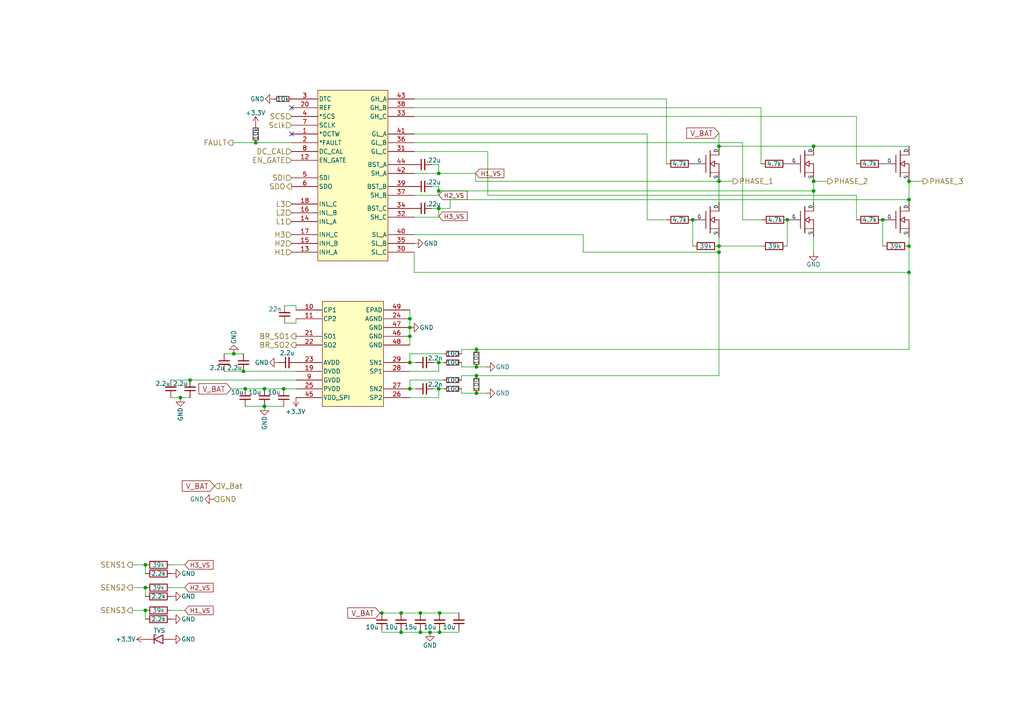
<source format=kicad_sch>
(kicad_sch (version 20230121) (generator eeschema)
  (paper "A4")
  (lib_symbols
    (symbol "DRV8303DCA_1" (pin_names (offset 0.254))
      (symbol "DRV8303DCA_1_1_1"
        (rectangle (start 7.62 2.54) (end 27.94 -46.99) (fill (type background)))
        (pin output line (at 0 -10.16 0) (length 7.62) (name "*OCTW") (number "1"))
        (pin input line (at 0 -17.78 0) (length 7.62) (name "EN_GATE") (number "12"))
        (pin input line (at 0 -44.45 0) (length 7.62) (name "INH_A") (number "13"))
        (pin input line (at 0 -35.56 0) (length 7.62) (name "INL_A") (number "14"))
        (pin input line (at 0 -41.91 0) (length 7.62) (name "INH_B") (number "15"))
        (pin input line (at 0 -33.02 0) (length 7.62) (name "INL_B") (number "16"))
        (pin input line (at 0 -39.37 0) (length 7.62) (name "INH_C") (number "17"))
        (pin input line (at 0 -30.48 0) (length 7.62) (name "INL_C") (number "18"))
        (pin output line (at 0 -12.7 0) (length 7.62) (name "*FAULT") (number "2"))
        (pin input line (at 0 -2.54 0) (length 7.62) (name "REF") (number "20"))
        (pin input line (at 0 0 0) (length 7.62) (name "DTC") (number "3"))
        (pin input line (at 35.56 -44.45 180) (length 7.62) (name "SL_C") (number "30"))
        (pin output line (at 35.56 -15.24 180) (length 7.62) (name "GL_C") (number "31"))
        (pin input line (at 35.56 -34.29 180) (length 7.62) (name "SH_C") (number "32"))
        (pin output line (at 35.56 -5.08 180) (length 7.62) (name "GH_C") (number "33"))
        (pin power_in line (at 35.56 -31.75 180) (length 7.62) (name "BST_C") (number "34"))
        (pin input line (at 35.56 -41.91 180) (length 7.62) (name "SL_B") (number "35"))
        (pin output line (at 35.56 -12.7 180) (length 7.62) (name "GL_B") (number "36"))
        (pin input line (at 35.56 -27.94 180) (length 7.62) (name "SH_B") (number "37"))
        (pin output line (at 35.56 -2.54 180) (length 7.62) (name "GH_B") (number "38"))
        (pin power_in line (at 35.56 -25.4 180) (length 7.62) (name "BST_B") (number "39"))
        (pin input line (at 0 -5.08 0) (length 7.62) (name "*SCS") (number "4"))
        (pin input line (at 35.56 -39.37 180) (length 7.62) (name "SL_A") (number "40"))
        (pin output line (at 35.56 -10.16 180) (length 7.62) (name "GL_A") (number "41"))
        (pin input line (at 35.56 -21.59 180) (length 7.62) (name "SH_A") (number "42"))
        (pin output line (at 35.56 0 180) (length 7.62) (name "GH_A") (number "43"))
        (pin power_in line (at 35.56 -19.05 180) (length 7.62) (name "BST_A") (number "44"))
        (pin input line (at 0 -22.86 0) (length 7.62) (name "SDI") (number "5"))
        (pin output line (at 0 -25.4 0) (length 7.62) (name "SDO") (number "6"))
        (pin input line (at 0 -7.62 0) (length 7.62) (name "SCLK") (number "7"))
        (pin input line (at 0 -15.24 0) (length 7.62) (name "DC_CAL") (number "8"))
      )
      (symbol "DRV8303DCA_1_2_1"
        (rectangle (start 7.62 2.54) (end 25.4 -27.94) (fill (type background)))
        (pin power_in line (at 0 0 0) (length 7.62) (name "CP1") (number "10"))
        (pin power_in line (at 0 -2.54 0) (length 7.62) (name "CP2") (number "11"))
        (pin power_in line (at 0 -17.78 0) (length 7.62) (name "DVDD") (number "19"))
        (pin output line (at 0 -7.62 0) (length 7.62) (name "SO1") (number "21"))
        (pin output line (at 0 -10.16 0) (length 7.62) (name "SO2") (number "22"))
        (pin power_in line (at 0 -15.24 0) (length 7.62) (name "AVDD") (number "23"))
        (pin power_in line (at 33.02 -2.54 180) (length 7.62) (name "AGND") (number "24"))
        (pin power_in line (at 0 -22.86 0) (length 7.62) (name "PVDD") (number "25"))
        (pin input line (at 33.02 -25.4 180) (length 7.62) (name "SP2") (number "26"))
        (pin input line (at 33.02 -22.86 180) (length 7.62) (name "SN2") (number "27"))
        (pin input line (at 33.02 -17.78 180) (length 7.62) (name "SP1") (number "28"))
        (pin input line (at 33.02 -15.24 180) (length 7.62) (name "SN1") (number "29"))
        (pin input line (at 0 -25.4 0) (length 7.62) (name "VDD_SPI") (number "45"))
        (pin output line (at 33.02 -7.62 180) (length 7.62) (name "GND") (number "46"))
        (pin output line (at 33.02 -5.08 180) (length 7.62) (name "GND") (number "47"))
        (pin output line (at 33.02 -10.16 180) (length 7.62) (name "GND") (number "48"))
        (pin unspecified line (at 33.02 0 180) (length 7.62) (name "EPAD") (number "49"))
        (pin power_in line (at 0 -20.32 0) (length 7.62) (name "GVDD") (number "9"))
      )
    )
    (symbol "Device:C_Small" (pin_numbers hide) (pin_names (offset 0.254) hide)
      (property "Reference" "C" (at 0.254 1.778 0))
      (property "Value" "C_Small" (at 0.254 -2.032 0))
      (symbol "C_Small_0_1"
        (polyline (pts (xy -1.524 -0.508) (xy 1.524 -0.508)) (stroke (width 0.3302)))
        (polyline (pts (xy -1.524 0.508) (xy 1.524 0.508)) (stroke (width 0.3048)))
      )
      (symbol "C_Small_1_1"
        (pin passive line (at 0 2.54 270) (length 2.032) (name "~") (number "1"))
        (pin passive line (at 0 -2.54 90) (length 2.032) (name "~") (number "2"))
      )
    )
    (symbol "Device:R" (pin_numbers hide) (pin_names (offset 0))
      (property "Reference" "R" (at 2.032 0 90))
      (property "Value" "R" (at 0 0 90))
      (symbol "R_0_1"
        (rectangle (start -1.016 -2.54) (end 1.016 2.54) (stroke (width 0.254)))
      )
      (symbol "R_1_1"
        (pin passive line (at 0 3.81 270) (length 1.27) (name "~") (number "1"))
        (pin passive line (at 0 -3.81 90) (length 1.27) (name "~") (number "2"))
      )
    )
    (symbol "Device:R_Small" (pin_numbers hide) (pin_names (offset 0.254) hide)
      (property "Reference" "R" (at 0.762 0.508 0))
      (property "Value" "R_Small" (at 0.762 -1.016 0))
      (symbol "R_Small_0_1"
        (rectangle (start -0.762 1.778) (end 0.762 -1.778) (stroke (width 0.2032)))
      )
      (symbol "R_Small_1_1"
        (pin passive line (at 0 2.54 270) (length 0.762) (name "~") (number "1"))
        (pin passive line (at 0 -2.54 90) (length 0.762) (name "~") (number "2"))
      )
    )
    (symbol "Diode:1.5KExxA" (pin_numbers hide) (pin_names (offset 1.016) hide)
      (property "Reference" "D" (at 0 2.54 0))
      (property "Value" "1.5KExxA" (at 0 -2.54 0))
      (symbol "1.5KExxA_0_1"
        (polyline (pts (xy -0.762 1.27) (xy -1.27 1.27) (xy -1.27 -1.27)) (stroke (width 0.254)))
        (polyline (pts (xy 1.27 1.27) (xy 1.27 -1.27) (xy -1.27 0) (xy 1.27 1.27)) (stroke (width 0.254)))
      )
      (symbol "1.5KExxA_1_1"
        (pin passive line (at -3.81 0 0) (length 2.54) (name "A1") (number "1"))
        (pin passive line (at 3.81 0 180) (length 2.54) (name "A2") (number "2"))
      )
    )
    (symbol "MOSFET_N_1" (pin_numbers hide) (pin_names (offset 0))
      (symbol "MOSFET_N_1_0_1"
        (polyline (pts (xy -1.27 -2.54) (xy -1.27 2.54)) (stroke (width 0.2032)))
        (polyline (pts (xy 0 -3.81) (xy 0 3.81)) (stroke (width 0.254)))
        (polyline (pts (xy 2.54 -2.54) (xy 0 -2.54)))
        (polyline (pts (xy 2.54 2.54) (xy 0 2.54)))
        (polyline (pts (xy 2.54 -2.54) (xy 2.54 0) (xy 1.27 0)) (stroke (width 0.2032)))
        (polyline (pts (xy 1.27 0.762) (xy 1.27 -0.762) (xy 0 0) (xy 1.27 0.762) (xy 1.27 0.762)) (stroke (width 0.2032)))
      )
      (symbol "MOSFET_N_1_1_1"
        (pin passive line (at 2.54 -5.08 90) (length 2.54) (name "S") (number "1"))
        (pin input line (at -5.08 0 0) (length 3.81) (name "G") (number "4"))
        (pin passive line (at 2.54 5.08 270) (length 2.54) (name "D") (number "5"))
      )
    )
    (symbol "new shii:DRV8303DCA" (pin_names (offset 0.254))
      (symbol "DRV8303DCA_1_1"
        (rectangle (start 7.62 2.54) (end 27.94 -46.99) (fill (type background)))
        (pin output line (at 0 -10.16 0) (length 7.62) (name "*OCTW") (number "1"))
        (pin input line (at 0 -17.78 0) (length 7.62) (name "EN_GATE") (number "12"))
        (pin input line (at 0 -44.45 0) (length 7.62) (name "INH_A") (number "13"))
        (pin input line (at 0 -35.56 0) (length 7.62) (name "INL_A") (number "14"))
        (pin input line (at 0 -41.91 0) (length 7.62) (name "INH_B") (number "15"))
        (pin input line (at 0 -33.02 0) (length 7.62) (name "INL_B") (number "16"))
        (pin input line (at 0 -39.37 0) (length 7.62) (name "INH_C") (number "17"))
        (pin input line (at 0 -30.48 0) (length 7.62) (name "INL_C") (number "18"))
        (pin output line (at 0 -12.7 0) (length 7.62) (name "*FAULT") (number "2"))
        (pin input line (at 0 -2.54 0) (length 7.62) (name "REF") (number "20"))
        (pin input line (at 0 0 0) (length 7.62) (name "DTC") (number "3"))
        (pin input line (at 35.56 -44.45 180) (length 7.62) (name "SL_C") (number "30"))
        (pin output line (at 35.56 -15.24 180) (length 7.62) (name "GL_C") (number "31"))
        (pin input line (at 35.56 -34.29 180) (length 7.62) (name "SH_C") (number "32"))
        (pin output line (at 35.56 -5.08 180) (length 7.62) (name "GH_C") (number "33"))
        (pin power_in line (at 35.56 -31.75 180) (length 7.62) (name "BST_C") (number "34"))
        (pin input line (at 35.56 -41.91 180) (length 7.62) (name "SL_B") (number "35"))
        (pin output line (at 35.56 -12.7 180) (length 7.62) (name "GL_B") (number "36"))
        (pin input line (at 35.56 -27.94 180) (length 7.62) (name "SH_B") (number "37"))
        (pin output line (at 35.56 -2.54 180) (length 7.62) (name "GH_B") (number "38"))
        (pin power_in line (at 35.56 -25.4 180) (length 7.62) (name "BST_B") (number "39"))
        (pin input line (at 0 -5.08 0) (length 7.62) (name "*SCS") (number "4"))
        (pin input line (at 35.56 -39.37 180) (length 7.62) (name "SL_A") (number "40"))
        (pin output line (at 35.56 -10.16 180) (length 7.62) (name "GL_A") (number "41"))
        (pin input line (at 35.56 -21.59 180) (length 7.62) (name "SH_A") (number "42"))
        (pin output line (at 35.56 0 180) (length 7.62) (name "GH_A") (number "43"))
        (pin power_in line (at 35.56 -19.05 180) (length 7.62) (name "BST_A") (number "44"))
        (pin input line (at 0 -22.86 0) (length 7.62) (name "SDI") (number "5"))
        (pin output line (at 0 -25.4 0) (length 7.62) (name "SDO") (number "6"))
        (pin input line (at 0 -7.62 0) (length 7.62) (name "SCLK") (number "7"))
        (pin input line (at 0 -15.24 0) (length 7.62) (name "DC_CAL") (number "8"))
      )
      (symbol "DRV8303DCA_2_1"
        (rectangle (start 7.62 2.54) (end 25.4 -27.94) (fill (type background)))
        (pin power_in line (at 0 0 0) (length 7.62) (name "CP1") (number "10"))
        (pin power_in line (at 0 -2.54 0) (length 7.62) (name "CP2") (number "11"))
        (pin power_in line (at 0 -17.78 0) (length 7.62) (name "DVDD") (number "19"))
        (pin output line (at 0 -7.62 0) (length 7.62) (name "SO1") (number "21"))
        (pin output line (at 0 -10.16 0) (length 7.62) (name "SO2") (number "22"))
        (pin power_in line (at 0 -15.24 0) (length 7.62) (name "AVDD") (number "23"))
        (pin power_in line (at 33.02 -2.54 180) (length 7.62) (name "AGND") (number "24"))
        (pin power_in line (at 0 -22.86 0) (length 7.62) (name "PVDD") (number "25"))
        (pin input line (at 33.02 -25.4 180) (length 7.62) (name "SP2") (number "26"))
        (pin input line (at 33.02 -22.86 180) (length 7.62) (name "SN2") (number "27"))
        (pin input line (at 33.02 -17.78 180) (length 7.62) (name "SP1") (number "28"))
        (pin input line (at 33.02 -15.24 180) (length 7.62) (name "SN1") (number "29"))
        (pin input line (at 0 -25.4 0) (length 7.62) (name "VDD_SPI") (number "45"))
        (pin output line (at 33.02 -7.62 180) (length 7.62) (name "GND") (number "46"))
        (pin output line (at 33.02 -5.08 180) (length 7.62) (name "GND") (number "47"))
        (pin output line (at 33.02 -10.16 180) (length 7.62) (name "GND") (number "48"))
        (pin unspecified line (at 33.02 0 180) (length 7.62) (name "EPAD") (number "49"))
        (pin power_in line (at 0 -20.32 0) (length 7.62) (name "GVDD") (number "9"))
      )
    )
    (symbol "power:+3.3V" (power) (pin_names (offset 0))
      (property "Value" "+3.3V" (at 0 3.556 0))
      (symbol "+3.3V_0_1"
        (polyline (pts (xy -0.762 1.27) (xy 0 2.54)))
        (polyline (pts (xy 0 0) (xy 0 2.54)))
        (polyline (pts (xy 0 2.54) (xy 0.762 1.27)))
      )
      (symbol "+3.3V_1_1"
        (pin power_in line (at 0 0 90) (length 0) hide (name "+3.3V") (number "1"))
      )
    )
    (symbol "power:GND" (power) (pin_names (offset 0))
      (property "Value" "GND" (at 0 -3.81 0))
      (symbol "GND_0_1"
        (polyline (pts (xy 0 0) (xy 0 -1.27) (xy 1.27 -1.27) (xy 0 -2.54) (xy -1.27 -1.27) (xy 0 -1.27)))
      )
      (symbol "GND_1_1"
        (pin power_in line (at 0 0 270) (length 0) hide (name "GND") (number "1"))
      )
    )
  )
  (junction (at 138.176 101.346))
  (junction (at 263.652 78.994))
  (junction (at 263.652 52.578))
  (junction (at 74.168 41.402))
  (junction (at 110.744 177.8))
  (junction (at 121.92 177.8))
  (junction (at 76.708 117.856))
  (junction (at 138.176 108.966))
  (junction (at 118.872 112.776))
  (junction (at 42.164 163.83))
  (junction (at 138.176 114.046))
  (junction (at 52.324 115.316))
  (junction (at 116.332 177.8))
  (junction (at 76.708 112.776))
  (junction (at 127.254 60.452))
  (junction (at 42.164 170.434))
  (junction (at 208.534 73.152))
  (junction (at 70.612 107.696))
  (junction (at 127.508 177.8))
  (junction (at 127.254 55.372))
  (junction (at 138.176 106.426))
  (junction (at 121.92 183.388))
  (junction (at 256.032 63.754))
  (junction (at 118.872 94.996))
  (junction (at 235.966 55.372))
  (junction (at 235.966 52.578))
  (junction (at 127.254 112.776))
  (junction (at 263.652 71.374))
  (junction (at 118.872 97.536))
  (junction (at 118.872 92.456))
  (junction (at 208.534 71.374))
  (junction (at 263.652 57.912))
  (junction (at 228.346 63.754))
  (junction (at 118.872 105.156))
  (junction (at 208.534 52.578))
  (junction (at 55.118 110.236))
  (junction (at 71.12 112.776))
  (junction (at 127.508 183.388))
  (junction (at 124.714 183.388))
  (junction (at 116.332 183.388))
  (junction (at 235.966 42.418))
  (junction (at 67.818 102.616))
  (junction (at 127.254 50.292))
  (junction (at 82.296 112.776))
  (junction (at 42.164 177.038))
  (junction (at 200.914 63.754))
  (junction (at 208.534 42.418))
  (junction (at 127.254 105.156))
  (no_connect (at 84.582 38.862))
  (no_connect (at 84.582 31.242))
  (wire (pts (xy 76.708 112.776) (xy 82.296 112.776)))
  (wire (pts (xy 38.354 163.83) (xy 42.164 163.83)))
  (wire (pts (xy 235.966 52.578) (xy 235.966 55.372)))
  (wire (pts (xy 120.142 68.072) (xy 169.164 68.072)))
  (wire (pts (xy 208.534 38.608) (xy 208.534 42.418)))
  (wire (pts (xy 71.12 117.856) (xy 76.708 117.856)))
  (wire (pts (xy 263.652 78.994) (xy 263.652 101.346)))
  (wire (pts (xy 169.164 73.152) (xy 208.534 73.152)))
  (wire (pts (xy 193.294 47.498) (xy 193.294 28.702)))
  (wire (pts (xy 120.142 56.642) (xy 127.254 56.642)))
  (wire (pts (xy 127.254 50.292) (xy 137.922 50.292)))
  (wire (pts (xy 118.872 97.536) (xy 118.872 100.076)))
  (wire (pts (xy 127.254 56.642) (xy 127.254 55.372)))
  (wire (pts (xy 127.254 47.752) (xy 125.222 47.752)))
  (wire (pts (xy 127.254 115.316) (xy 127.254 112.776)))
  (wire (pts (xy 187.706 63.754) (xy 187.706 38.862)))
  (wire (pts (xy 141.478 43.942) (xy 120.142 43.942)))
  (wire (pts (xy 235.966 52.578) (xy 240.03 52.578)))
  (wire (pts (xy 208.534 52.578) (xy 137.922 52.578)))
  (wire (pts (xy 208.534 52.578) (xy 212.598 52.578)))
  (wire (pts (xy 118.872 107.696) (xy 127.254 107.696)))
  (wire (pts (xy 74.168 41.402) (xy 84.582 41.402)))
  (wire (pts (xy 127.508 177.8) (xy 133.096 177.8)))
  (wire (pts (xy 133.858 114.046) (xy 138.176 114.046)))
  (wire (pts (xy 110.744 177.8) (xy 116.332 177.8)))
  (wire (pts (xy 125.73 105.156) (xy 127.254 105.156)))
  (wire (pts (xy 220.726 31.242) (xy 120.142 31.242)))
  (wire (pts (xy 208.534 73.152) (xy 208.534 108.966)))
  (wire (pts (xy 133.096 183.388) (xy 133.096 182.88)))
  (wire (pts (xy 110.744 183.388) (xy 110.744 182.88)))
  (wire (pts (xy 118.872 92.456) (xy 118.872 94.996)))
  (wire (pts (xy 110.236 177.8) (xy 110.744 177.8)))
  (wire (pts (xy 125.73 112.776) (xy 127.254 112.776)))
  (wire (pts (xy 120.142 50.292) (xy 127.254 50.292)))
  (wire (pts (xy 263.652 78.994) (xy 120.142 78.994)))
  (wire (pts (xy 116.332 177.8) (xy 121.92 177.8)))
  (wire (pts (xy 235.966 42.418) (xy 263.652 42.418)))
  (wire (pts (xy 118.872 94.996) (xy 118.872 97.536)))
  (wire (pts (xy 38.354 177.038) (xy 42.164 177.038)))
  (wire (pts (xy 76.708 117.856) (xy 82.296 117.856)))
  (wire (pts (xy 235.966 68.834) (xy 235.966 73.152)))
  (wire (pts (xy 121.92 183.388) (xy 121.92 182.88)))
  (wire (pts (xy 49.53 115.316) (xy 52.324 115.316)))
  (wire (pts (xy 70.612 107.696) (xy 65.024 107.696)))
  (wire (pts (xy 220.98 63.754) (xy 215.392 63.754)))
  (wire (pts (xy 208.534 71.374) (xy 220.726 71.374)))
  (wire (pts (xy 42.164 170.434) (xy 42.164 172.974)))
  (wire (pts (xy 118.872 102.616) (xy 128.778 102.616)))
  (wire (pts (xy 220.726 47.498) (xy 220.726 31.242)))
  (wire (pts (xy 118.872 105.156) (xy 120.65 105.156)))
  (wire (pts (xy 49.784 170.434) (xy 53.594 170.434)))
  (wire (pts (xy 235.966 55.372) (xy 235.966 58.674)))
  (wire (pts (xy 71.12 112.776) (xy 76.708 112.776)))
  (wire (pts (xy 208.534 68.834) (xy 208.534 71.374)))
  (wire (pts (xy 133.858 105.156) (xy 133.858 106.426)))
  (wire (pts (xy 127.254 55.372) (xy 127.254 54.102)))
  (wire (pts (xy 263.652 52.578) (xy 267.716 52.578)))
  (wire (pts (xy 127.254 54.102) (xy 125.222 54.102)))
  (wire (pts (xy 85.852 93.726) (xy 82.55 93.726)))
  (wire (pts (xy 130.556 60.452) (xy 130.556 57.912)))
  (wire (pts (xy 228.6 63.754) (xy 228.346 63.754)))
  (wire (pts (xy 140.97 114.046) (xy 138.176 114.046)))
  (wire (pts (xy 127.254 112.776) (xy 128.778 112.776)))
  (wire (pts (xy 263.652 68.834) (xy 263.652 71.374)))
  (wire (pts (xy 140.97 106.426) (xy 138.176 106.426)))
  (wire (pts (xy 118.872 89.916) (xy 118.872 92.456)))
  (wire (pts (xy 200.914 63.754) (xy 200.914 71.374)))
  (wire (pts (xy 118.872 110.236) (xy 118.872 112.776)))
  (wire (pts (xy 55.118 110.236) (xy 85.852 110.236)))
  (wire (pts (xy 42.164 179.578) (xy 42.164 177.038)))
  (wire (pts (xy 127.508 183.388) (xy 133.096 183.388)))
  (wire (pts (xy 121.92 177.8) (xy 127.508 177.8)))
  (wire (pts (xy 263.652 71.374) (xy 263.652 78.994)))
  (wire (pts (xy 138.176 108.966) (xy 208.534 108.966)))
  (wire (pts (xy 116.332 183.388) (xy 116.332 182.88)))
  (wire (pts (xy 118.872 110.236) (xy 128.778 110.236)))
  (wire (pts (xy 70.612 102.616) (xy 67.818 102.616)))
  (wire (pts (xy 118.872 112.776) (xy 120.65 112.776)))
  (wire (pts (xy 127.254 62.992) (xy 127.254 60.452)))
  (wire (pts (xy 130.556 57.912) (xy 263.652 57.912)))
  (wire (pts (xy 127.254 60.452) (xy 130.556 60.452)))
  (wire (pts (xy 256.032 63.754) (xy 256.032 71.374)))
  (wire (pts (xy 67.056 112.776) (xy 71.12 112.776)))
  (wire (pts (xy 120.142 78.994) (xy 120.142 73.152)))
  (wire (pts (xy 70.612 107.696) (xy 85.852 107.696)))
  (wire (pts (xy 127.254 105.156) (xy 128.778 105.156)))
  (wire (pts (xy 85.852 92.456) (xy 85.852 93.726)))
  (wire (pts (xy 141.478 56.642) (xy 141.478 43.942)))
  (wire (pts (xy 208.534 71.374) (xy 208.534 73.152)))
  (wire (pts (xy 248.412 56.642) (xy 141.478 56.642)))
  (wire (pts (xy 133.858 110.236) (xy 133.858 108.966)))
  (wire (pts (xy 110.744 183.388) (xy 116.332 183.388)))
  (wire (pts (xy 120.142 62.992) (xy 127.254 62.992)))
  (wire (pts (xy 42.164 166.37) (xy 42.164 163.83)))
  (wire (pts (xy 49.53 110.236) (xy 55.118 110.236)))
  (wire (pts (xy 133.858 102.616) (xy 133.858 101.346)))
  (wire (pts (xy 193.294 28.702) (xy 120.142 28.702)))
  (wire (pts (xy 127.508 183.388) (xy 127.508 182.88)))
  (wire (pts (xy 133.858 106.426) (xy 138.176 106.426)))
  (wire (pts (xy 49.784 177.038) (xy 53.594 177.038)))
  (wire (pts (xy 38.354 170.434) (xy 42.164 170.434)))
  (wire (pts (xy 121.92 183.388) (xy 124.714 183.388)))
  (wire (pts (xy 169.164 68.072) (xy 169.164 73.152)))
  (wire (pts (xy 248.412 63.754) (xy 248.412 56.642)))
  (wire (pts (xy 85.852 89.916) (xy 85.852 88.646)))
  (wire (pts (xy 138.176 101.346) (xy 263.652 101.346)))
  (wire (pts (xy 248.412 47.498) (xy 248.412 33.782)))
  (wire (pts (xy 215.392 63.754) (xy 215.392 41.402)))
  (wire (pts (xy 49.784 163.83) (xy 53.594 163.83)))
  (wire (pts (xy 127.254 55.372) (xy 235.966 55.372)))
  (wire (pts (xy 193.294 63.754) (xy 187.706 63.754)))
  (wire (pts (xy 127.254 60.452) (xy 125.222 60.452)))
  (wire (pts (xy 52.324 115.316) (xy 55.118 115.316)))
  (wire (pts (xy 67.564 41.402) (xy 74.168 41.402)))
  (wire (pts (xy 118.872 102.616) (xy 118.872 105.156)))
  (wire (pts (xy 116.332 183.388) (xy 121.92 183.388)))
  (wire (pts (xy 263.652 52.578) (xy 263.652 57.912)))
  (wire (pts (xy 187.706 38.862) (xy 120.142 38.862)))
  (wire (pts (xy 137.922 50.292) (xy 137.922 52.578)))
  (wire (pts (xy 133.858 108.966) (xy 138.176 108.966)))
  (wire (pts (xy 124.714 183.388) (xy 127.508 183.388)))
  (wire (pts (xy 118.872 115.316) (xy 127.254 115.316)))
  (wire (pts (xy 82.296 112.776) (xy 85.852 112.776)))
  (wire (pts (xy 208.534 42.418) (xy 235.966 42.418)))
  (wire (pts (xy 127.254 107.696) (xy 127.254 105.156)))
  (wire (pts (xy 133.858 101.346) (xy 138.176 101.346)))
  (wire (pts (xy 208.534 52.578) (xy 208.534 58.674)))
  (wire (pts (xy 127.254 50.292) (xy 127.254 47.752)))
  (wire (pts (xy 228.346 71.374) (xy 228.346 63.754)))
  (wire (pts (xy 263.652 57.912) (xy 263.652 58.674)))
  (wire (pts (xy 67.818 102.616) (xy 65.024 102.616)))
  (wire (pts (xy 215.392 41.402) (xy 120.142 41.402)))
  (wire (pts (xy 133.858 112.776) (xy 133.858 114.046)))
  (wire (pts (xy 85.852 88.646) (xy 82.55 88.646)))
  (wire (pts (xy 248.412 33.782) (xy 120.142 33.782)))
  (global_label "H2_VS" (shape input) (at 127.254 56.642 0) (property "Intersheetrefs" "${INTERSHEET_REFS}" (effects hide)))
  (global_label "H3_VS" (shape input) (at 127.254 62.738 0) (property "Intersheetrefs" "${INTERSHEET_REFS}" (effects hide)))
  (global_label "V_BAT" (shape input) (at 62.23 140.97 180) (effects (font (size 1.524 1.524))) (property "Intersheetrefs" "${INTERSHEET_REFS}" (effects hide)))
  (global_label "V_BAT" (shape input) (at 67.056 112.776 180) (effects (font (size 1.524 1.524))) (property "Intersheetrefs" "${INTERSHEET_REFS}" (effects hide)))
  (global_label "H1_VS" (shape input) (at 137.922 50.292 0) (property "Intersheetrefs" "${INTERSHEET_REFS}" (effects hide)))
  (global_label "H2_VS" (shape input) (at 53.594 170.434 0) (property "Intersheetrefs" "${INTERSHEET_REFS}" (effects hide)))
  (global_label "V_BAT" (shape input) (at 110.236 177.8 180) (effects (font (size 1.524 1.524))) (property "Intersheetrefs" "${INTERSHEET_REFS}" (effects hide)))
  (global_label "H1_VS" (shape input) (at 53.594 177.038 0) (property "Intersheetrefs" "${INTERSHEET_REFS}" (effects hide)))
  (global_label "V_BAT" (shape input) (at 208.534 38.608 180) (effects (font (size 1.524 1.524))) (property "Intersheetrefs" "${INTERSHEET_REFS}" (effects hide)))
  (global_label "H3_VS" (shape input) (at 53.594 163.83 0) (property "Intersheetrefs" "${INTERSHEET_REFS}" (effects hide)))
  (hierarchical_label "V_Bat" (shape input) (at 62.23 140.97 0) (effects (font (size 1.524 1.524))))
  (hierarchical_label "H1" (shape input) (at 84.582 73.152 180) (effects (font (size 1.524 1.524))))
  (hierarchical_label "SDO" (shape output) (at 84.582 54.102 180) (effects (font (size 1.524 1.524))))
  (hierarchical_label "PHASE_1" (shape output) (at 212.598 52.578 0) (effects (font (size 1.524 1.524))))
  (hierarchical_label "FAULT" (shape output) (at 67.564 41.402 180) (effects (font (size 1.524 1.524))))
  (hierarchical_label "PHASE_2" (shape output) (at 240.03 52.578 0) (effects (font (size 1.524 1.524))))
  (hierarchical_label "H2" (shape input) (at 84.582 70.612 180) (effects (font (size 1.524 1.524))))
  (hierarchical_label "BR_SO2" (shape output) (at 85.852 100.076 180) (effects (font (size 1.524 1.524))))
  (hierarchical_label "L3" (shape input) (at 84.582 59.182 180) (effects (font (size 1.524 1.524))))
  (hierarchical_label "SENS1" (shape output) (at 38.354 163.83 180) (effects (font (size 1.524 1.524))))
  (hierarchical_label "SENS3" (shape output) (at 38.354 177.038 180) (effects (font (size 1.524 1.524))))
  (hierarchical_label "EN_GATE" (shape input) (at 84.582 46.482 180) (effects (font (size 1.524 1.524))))
  (hierarchical_label "SCS" (shape input) (at 84.582 33.782 180) (effects (font (size 1.524 1.524))))
  (hierarchical_label "H3" (shape input) (at 84.582 68.072 180) (effects (font (size 1.524 1.524))))
  (hierarchical_label "Sclk" (shape input) (at 84.582 36.322 180) (effects (font (size 1.524 1.524))))
  (hierarchical_label "PHASE_3" (shape output) (at 267.716 52.578 0) (effects (font (size 1.524 1.524))))
  (hierarchical_label "GND" (shape input) (at 61.976 144.78 0) (effects (font (size 1.524 1.524))))
  (hierarchical_label "BR_SO1" (shape output) (at 85.852 97.536 180) (effects (font (size 1.524 1.524))))
  (hierarchical_label "DC_CAL" (shape input) (at 84.582 43.942 180) (effects (font (size 1.524 1.524))))
  (hierarchical_label "SENS2" (shape output) (at 38.354 170.434 180) (effects (font (size 1.524 1.524))))
  (hierarchical_label "L1" (shape input) (at 84.582 64.262 180) (effects (font (size 1.524 1.524))))
  (hierarchical_label "L2" (shape input) (at 84.582 61.722 180) (effects (font (size 1.524 1.524))))
  (hierarchical_label "SDI" (shape input) (at 84.582 51.562 180) (effects (font (size 1.524 1.524))))
  (symbol (lib_id "Device:R") (at 259.842 71.374 90) (unit 1)
    (property "Reference" "R23" (effects hide))
    (property "Value" "39k" (at 259.842 71.374 90))
    (property "Footprint" "Resistor_SMD:R_0603_1608Metric" (effects hide))
    (instances (project "QuadESC" (path "" (reference "R23") (unit 1)) (path "" (reference "R46") (unit 1)) (path "" (reference "R69") (unit 1)) (path "" (reference "R92") (unit 1))))
  )
  (symbol (lib_name "DRV8303DCA_1") (lib_id "new shii:DRV8303DCA") (at 85.852 89.916 0) (unit 2)
    (property "Reference" "U1" (effects hide))
    (property "Value" "DRV8303DCA" (effects hide))
    (property "Footprint" "Y!:DCA48_4P42X3P48" (effects hide))
    (property "Datasheet" "DRV8303DCA" (effects hide))
    (instances (project "QuadESC" (path "" (reference "U1") (unit 2)) (path "" (reference "U1") (unit 2)) (path "" (reference "U2") (unit 2)) (path "" (reference "U3") (unit 2)) (path "" (reference "U4") (unit 2))))
  )
  (symbol (lib_id "Device:C_Small") (at 127.508 180.34 180) (unit 1)
    (property "Reference" "C18" (effects hide))
    (property "Value" "10u" (at 124.714 181.864 0))
    (property "Footprint" "Capacitor_SMD:C_0402_1005Metric" (effects hide))
    (instances (project "QuadESC" (path "" (reference "C18") (unit 1)) (path "" (reference "C38") (unit 1)) (path "" (reference "C58") (unit 1)) (path "" (reference "C78") (unit 1))))
  )
  (symbol (lib_id "Device:C_Small") (at 110.744 180.34 180) (unit 1)
    (property "Reference" "C15" (effects hide))
    (property "Value" "10u" (at 107.95 181.864 0))
    (property "Footprint" "Capacitor_SMD:C_0402_1005Metric" (effects hide))
    (instances (project "QuadESC" (path "" (reference "C15") (unit 1)) (path "" (reference "C30") (unit 1)) (path "" (reference "C50") (unit 1)) (path "" (reference "C70") (unit 1))))
  )
  (symbol (lib_id "power:GND") (at 52.324 115.316 0) (unit 1)
    (property "Reference" "#PWR03" (effects hide))
    (property "Value" "GND" (at 52.324 118.11 90) (effects (justify right)))
    (instances (project "QuadESC" (path "" (reference "#PWR03") (unit 1)) (path "" (reference "#PWR037") (unit 1)) (path "" (reference "#PWR054") (unit 1)) (path "" (reference "#PWR071") (unit 1))))
  )
  (symbol (lib_id "Device:C_Small") (at 82.55 91.186 180) (unit 1)
    (property "Reference" "C9" (effects hide))
    (property "Value" "22n" (at 79.756 89.662 0))
    (property "Footprint" "Capacitor_SMD:C_0402_1005Metric" (effects hide))
    (instances (project "QuadESC" (path "" (reference "C9") (unit 1)) (path "" (reference "C28") (unit 1)) (path "" (reference "C48") (unit 1)) (path "" (reference "C68") (unit 1))))
  )
  (symbol (lib_id "Device:R_Small") (at 138.176 103.886 0) (unit 1)
    (property "Reference" "R11" (effects hide))
    (property "Value" "100" (at 138.176 103.886 90))
    (property "Footprint" "Resistor_SMD:R_0402_1005Metric" (effects hide))
    (instances (project "QuadESC" (path "" (reference "R11") (unit 1)) (path "" (reference "R36") (unit 1)) (path "" (reference "R59") (unit 1)) (path "" (reference "R82") (unit 1))))
  )
  (symbol (lib_id "new shii:DRV8303DCA") (at 84.582 28.702 0) (unit 1)
    (property "Reference" "U1" (effects hide))
    (property "Value" "DRV8303DCA" (effects hide))
    (property "Footprint" "Y!:DCA48_4P42X3P48" (effects hide))
    (property "Datasheet" "DRV8303DCA" (effects hide))
    (instances (project "QuadESC" (path "" (reference "U1") (unit 1)) (path "" (reference "U1") (unit 1)) (path "" (reference "U2") (unit 1)) (path "" (reference "U3") (unit 1)) (path "" (reference "U4") (unit 1))))
  )
  (symbol (lib_id "Device:R_Small") (at 131.318 105.156 90) (unit 1)
    (property "Reference" "R1" (effects hide))
    (property "Value" "100" (at 131.318 105.156 90))
    (property "Footprint" "Resistor_SMD:R_0402_1005Metric" (effects hide))
    (instances (project "QuadESC" (path "" (reference "R1") (unit 1)) (path "" (reference "R33") (unit 1)) (path "" (reference "R56") (unit 1)) (path "" (reference "R79") (unit 1))))
  )
  (symbol (lib_id "Device:R") (at 45.974 163.83 90) (unit 1)
    (property "Reference" "R13" (effects hide))
    (property "Value" "39k" (at 45.974 163.83 90))
    (property "Footprint" "Resistor_SMD:R_0603_1608Metric" (effects hide))
    (instances (project "QuadESC" (path "" (reference "R13") (unit 1)) (path "" (reference "R24") (unit 1)) (path "" (reference "R47") (unit 1)) (path "" (reference "R70") (unit 1))))
  )
  (symbol (lib_id "power:GND") (at 76.708 117.856 0) (unit 1)
    (property "Reference" "#PWR04" (effects hide))
    (property "Value" "GND" (at 76.708 120.65 90) (effects (justify right)))
    (instances (project "QuadESC" (path "" (reference "#PWR04") (unit 1)) (path "" (reference "#PWR040") (unit 1)) (path "" (reference "#PWR057") (unit 1)) (path "" (reference "#PWR074") (unit 1))))
  )
  (symbol (lib_id "Device:C_Small") (at 55.118 112.776 180) (unit 1)
    (property "Reference" "C5" (effects hide))
    (property "Value" "2.2u" (at 52.324 111.252 0))
    (property "Footprint" "Capacitor_SMD:C_0402_1005Metric" (effects hide))
    (instances (project "QuadESC" (path "" (reference "C5") (unit 1)) (path "" (reference "C22") (unit 1)) (path "" (reference "C42") (unit 1)) (path "" (reference "C62") (unit 1))))
  )
  (symbol (lib_id "Device:R") (at 45.974 170.434 90) (unit 1)
    (property "Reference" "R7" (effects hide))
    (property "Value" "39k" (at 45.974 170.434 90))
    (property "Footprint" "Resistor_SMD:R_0603_1608Metric" (effects hide))
    (instances (project "QuadESC" (path "" (reference "R7") (unit 1)) (path "" (reference "R26") (unit 1)) (path "" (reference "R49") (unit 1)) (path "" (reference "R72") (unit 1))))
  )
  (symbol (lib_name "MOSFET_N_1") (lib_id "BLDC_4-rescue:MOSFET_N") (at 233.426 63.754 0) (unit 1)
    (property "Reference" "Q10" (effects hide))
    (property "Value" "TPH4R50ANH" (effects hide))
    (property "Footprint" "Y!:TRANS_TPHR8504PL_L1Q" (effects hide))
    (instances (project "QuadESC" (path "" (reference "Q10") (unit 1)) (path "" (reference "Q12") (unit 1)) (path "" (reference "Q14") (unit 1)) (path "" (reference "Q16") (unit 1))) (project "BLDC_4" (path "" (reference "Q1") (unit 1))))
  )
  (symbol (lib_id "Device:R_Small") (at 131.318 112.776 90) (unit 1)
    (property "Reference" "R3" (effects hide))
    (property "Value" "100" (at 131.318 112.776 90))
    (property "Footprint" "Resistor_SMD:R_0402_1005Metric" (effects hide))
    (instances (project "QuadESC" (path "" (reference "R3") (unit 1)) (path "" (reference "R35") (unit 1)) (path "" (reference "R58") (unit 1)) (path "" (reference "R81") (unit 1))))
  )
  (symbol (lib_id "power:+3.3V") (at 42.164 185.42 90) (unit 1)
    (property "Reference" "#PWR014" (effects hide))
    (property "Value" "+3.3V" (at 39.37 185.42 90) (effects (justify left)))
    (instances (project "QuadESC" (path "" (reference "#PWR014") (unit 1)) (path "" (reference "#PWR032") (unit 1)) (path "" (reference "#PWR049") (unit 1)) (path "" (reference "#PWR066") (unit 1))))
  )
  (symbol (lib_id "Device:R_Small") (at 138.176 111.506 0) (unit 1)
    (property "Reference" "R12" (effects hide))
    (property "Value" "100" (at 138.176 111.506 90))
    (property "Footprint" "Resistor_SMD:R_0402_1005Metric" (effects hide))
    (instances (project "QuadESC" (path "" (reference "R12") (unit 1)) (path "" (reference "R37") (unit 1)) (path "" (reference "R60") (unit 1)) (path "" (reference "R83") (unit 1))))
  )
  (symbol (lib_id "Device:R_Small") (at 74.168 38.862 180) (unit 1)
    (property "Reference" "R6" (effects hide))
    (property "Value" "10k" (at 74.168 38.862 90))
    (property "Footprint" "Resistor_SMD:R_0402_1005Metric" (effects hide))
    (instances (project "QuadESC" (path "" (reference "R6") (unit 1)) (path "" (reference "R30") (unit 1)) (path "" (reference "R53") (unit 1)) (path "" (reference "R76") (unit 1))))
  )
  (symbol (lib_name "MOSFET_N_1") (lib_id "BLDC_4-rescue:MOSFET_N") (at 261.112 47.498 0) (unit 1)
    (property "Reference" "Q17" (effects hide))
    (property "Value" "TPH4R50ANH" (effects hide))
    (property "Footprint" "Y!:TRANS_TPHR8504PL_L1Q" (effects hide))
    (instances (project "QuadESC" (path "" (reference "Q17") (unit 1)) (path "" (reference "Q19") (unit 1)) (path "" (reference "Q21") (unit 1)) (path "" (reference "Q23") (unit 1))) (project "BLDC_4" (path "" (reference "Q1") (unit 1))))
  )
  (symbol (lib_id "Device:C_Small") (at 65.024 105.156 0) (unit 1)
    (property "Reference" "C2" (effects hide))
    (property "Value" "2.2u" (at 62.992 106.68 0))
    (property "Footprint" "Capacitor_SMD:C_0402_1005Metric" (effects hide))
    (instances (project "QuadESC" (path "" (reference "C2") (unit 1)) (path "" (reference "C23") (unit 1)) (path "" (reference "C43") (unit 1)) (path "" (reference "C63") (unit 1))))
  )
  (symbol (lib_id "Device:C_Small") (at 121.92 180.34 180) (unit 1)
    (property "Reference" "C17" (effects hide))
    (property "Value" "15u" (at 119.126 181.864 0))
    (property "Footprint" "Capacitor_THT:CP_Radial_D5.0mm_P2.50mm" (effects hide))
    (instances (project "QuadESC" (path "" (reference "C17") (unit 1)) (path "" (reference "C32") (unit 1)) (path "" (reference "C52") (unit 1)) (path "" (reference "C72") (unit 1))))
  )
  (symbol (lib_id "Device:C_Small") (at 122.682 54.102 90) (unit 1)
    (property "Reference" "C13" (effects hide))
    (property "Value" ".22u" (at 125.73 52.832 90))
    (property "Footprint" "Capacitor_SMD:C_0805_2012Metric" (effects hide))
    (instances (project "QuadESC" (path "" (reference "C13") (unit 1)) (path "" (reference "C34") (unit 1)) (path "" (reference "C54") (unit 1)) (path "" (reference "C74") (unit 1))))
  )
  (symbol (lib_id "power:GND") (at 140.97 114.046 90) (unit 1)
    (property "Reference" "#PWR016" (effects hide))
    (property "Value" "GND" (at 143.764 114.046 90) (effects (justify right)))
    (instances (project "QuadESC" (path "" (reference "#PWR016") (unit 1)) (path "" (reference "#PWR048") (unit 1)) (path "" (reference "#PWR065") (unit 1)) (path "" (reference "#PWR082") (unit 1))))
  )
  (symbol (lib_id "power:GND") (at 118.872 94.996 90) (unit 1)
    (property "Reference" "#PWR06" (effects hide))
    (property "Value" "GND" (at 121.666 94.996 90) (effects (justify right)))
    (instances (project "QuadESC" (path "" (reference "#PWR06") (unit 1)) (path "" (reference "#PWR044") (unit 1)) (path "" (reference "#PWR061") (unit 1)) (path "" (reference "#PWR078") (unit 1))))
  )
  (symbol (lib_id "Device:C_Small") (at 116.332 180.34 180) (unit 1)
    (property "Reference" "C16" (effects hide))
    (property "Value" "10u" (at 113.538 181.864 0))
    (property "Footprint" "Capacitor_SMD:C_0402_1005Metric" (effects hide))
    (instances (project "QuadESC" (path "" (reference "C16") (unit 1)) (path "" (reference "C31") (unit 1)) (path "" (reference "C51") (unit 1)) (path "" (reference "C71") (unit 1))))
  )
  (symbol (lib_id "Device:C_Small") (at 76.708 115.316 180) (unit 1)
    (property "Reference" "C7" (effects hide))
    (property "Value" "10u" (at 73.914 113.792 0))
    (property "Footprint" "Capacitor_SMD:C_0402_1005Metric" (effects hide))
    (instances (project "QuadESC" (path "" (reference "C7") (unit 1)) (path "" (reference "C26") (unit 1)) (path "" (reference "C46") (unit 1)) (path "" (reference "C66") (unit 1))))
  )
  (symbol (lib_id "power:GND") (at 49.784 172.974 90) (unit 1)
    (property "Reference" "#PWR011" (effects hide))
    (property "Value" "GND" (at 52.578 172.974 90) (effects (justify right)))
    (instances (project "QuadESC" (path "" (reference "#PWR011") (unit 1)) (path "" (reference "#PWR034") (unit 1)) (path "" (reference "#PWR051") (unit 1)) (path "" (reference "#PWR068") (unit 1))))
  )
  (symbol (lib_id "Device:C_Small") (at 123.19 105.156 90) (unit 1)
    (property "Reference" "C10" (effects hide))
    (property "Value" "2.2n" (at 126.238 103.886 90))
    (property "Footprint" "Capacitor_SMD:C_0201_0603Metric" (effects hide))
    (instances (project "QuadESC" (path "" (reference "C10") (unit 1)) (path "" (reference "C36") (unit 1)) (path "" (reference "C56") (unit 1)) (path "" (reference "C76") (unit 1))))
  )
  (symbol (lib_id "Device:R") (at 45.974 179.578 90) (unit 1)
    (property "Reference" "R10" (effects hide))
    (property "Value" "2.2k" (at 45.974 179.578 90))
    (property "Footprint" "Resistor_SMD:R_0402_1005Metric" (effects hide))
    (instances (project "QuadESC" (path "" (reference "R10") (unit 1)) (path "" (reference "R29") (unit 1)) (path "" (reference "R52") (unit 1)) (path "" (reference "R75") (unit 1))))
  )
  (symbol (lib_id "power:+3.3V") (at 85.852 115.316 180) (unit 1)
    (property "Reference" "#PWR05" (effects hide))
    (property "Value" "+3.3V" (at 88.646 119.38 0) (effects (justify left)))
    (instances (project "QuadESC" (path "" (reference "#PWR05") (unit 1)) (path "" (reference "#PWR043") (unit 1)) (path "" (reference "#PWR060") (unit 1)) (path "" (reference "#PWR077") (unit 1))))
  )
  (symbol (lib_id "power:GND") (at 67.818 102.616 180) (unit 1)
    (property "Reference" "#PWR02" (effects hide))
    (property "Value" "GND" (at 67.818 99.822 90) (effects (justify right)))
    (instances (project "QuadESC" (path "" (reference "#PWR02") (unit 1)) (path "" (reference "#PWR038") (unit 1)) (path "" (reference "#PWR055") (unit 1)) (path "" (reference "#PWR072") (unit 1))))
  )
  (symbol (lib_id "Device:R") (at 252.222 47.498 90) (unit 1)
    (property "Reference" "R21" (effects hide))
    (property "Value" "4.7k" (at 252.222 47.498 90))
    (property "Footprint" "Resistor_SMD:R_0402_1005Metric" (effects hide))
    (instances (project "QuadESC" (path "" (reference "R21") (unit 1)) (path "" (reference "R44") (unit 1)) (path "" (reference "R67") (unit 1)) (path "" (reference "R90") (unit 1))))
  )
  (symbol (lib_id "Device:R") (at 45.974 177.038 90) (unit 1)
    (property "Reference" "R9" (effects hide))
    (property "Value" "39k" (at 45.974 177.038 90))
    (property "Footprint" "Resistor_SMD:R_0603_1608Metric" (effects hide))
    (instances (project "QuadESC" (path "" (reference "R9") (unit 1)) (path "" (reference "R28") (unit 1)) (path "" (reference "R51") (unit 1)) (path "" (reference "R74") (unit 1))))
  )
  (symbol (lib_name "MOSFET_N_1") (lib_id "BLDC_4-rescue:MOSFET_N") (at 261.112 63.754 0) (unit 1)
    (property "Reference" "Q18" (effects hide))
    (property "Value" "TPH4R50ANH" (effects hide))
    (property "Footprint" "Y!:TRANS_TPHR8504PL_L1Q" (effects hide))
    (instances (project "QuadESC" (path "" (reference "Q18") (unit 1)) (path "" (reference "Q20") (unit 1)) (path "" (reference "Q22") (unit 1)) (path "" (reference "Q24") (unit 1))) (project "BLDC_4" (path "" (reference "Q1") (unit 1))))
  )
  (symbol (lib_id "Device:R") (at 45.974 166.37 90) (unit 1)
    (property "Reference" "R14" (effects hide))
    (property "Value" "2.2k" (at 45.974 166.37 90))
    (property "Footprint" "Resistor_SMD:R_0402_1005Metric" (effects hide))
    (instances (project "QuadESC" (path "" (reference "R14") (unit 1)) (path "" (reference "R25") (unit 1)) (path "" (reference "R48") (unit 1)) (path "" (reference "R71") (unit 1))))
  )
  (symbol (lib_id "Device:R") (at 224.536 71.374 90) (unit 1)
    (property "Reference" "R20" (effects hide))
    (property "Value" "39k" (at 224.536 71.374 90))
    (property "Footprint" "Resistor_SMD:R_0603_1608Metric" (effects hide))
    (instances (project "QuadESC" (path "" (reference "R20") (unit 1)) (path "" (reference "R42") (unit 1)) (path "" (reference "R65") (unit 1)) (path "" (reference "R88") (unit 1))))
  )
  (symbol (lib_id "Device:R") (at 197.104 63.754 90) (unit 1)
    (property "Reference" "R16" (effects hide))
    (property "Value" "4.7k" (at 197.104 63.754 90))
    (property "Footprint" "Resistor_SMD:R_0402_1005Metric" (effects hide))
    (instances (project "QuadESC" (path "" (reference "R16") (unit 1)) (path "" (reference "R39") (unit 1)) (path "" (reference "R62") (unit 1)) (path "" (reference "R85") (unit 1))))
  )
  (symbol (lib_id "Device:R") (at 252.222 63.754 90) (unit 1)
    (property "Reference" "R22" (effects hide))
    (property "Value" "4.7k" (at 252.222 63.754 90))
    (property "Footprint" "Resistor_SMD:R_0402_1005Metric" (effects hide))
    (instances (project "QuadESC" (path "" (reference "R22") (unit 1)) (path "" (reference "R45") (unit 1)) (path "" (reference "R68") (unit 1)) (path "" (reference "R91") (unit 1))))
  )
  (symbol (lib_name "MOSFET_N_1") (lib_id "BLDC_4-rescue:MOSFET_N") (at 233.426 47.498 0) (unit 1)
    (property "Reference" "Q9" (effects hide))
    (property "Value" "TPH4R50ANH" (effects hide))
    (property "Footprint" "Y!:TRANS_TPHR8504PL_L1Q" (effects hide))
    (instances (project "QuadESC" (path "" (reference "Q9") (unit 1)) (path "" (reference "Q11") (unit 1)) (path "" (reference "Q13") (unit 1)) (path "" (reference "Q15") (unit 1))) (project "BLDC_4" (path "" (reference "Q1") (unit 1))))
  )
  (symbol (lib_name "MOSFET_N_1") (lib_id "BLDC_4-rescue:MOSFET_N") (at 205.994 47.498 0) (unit 1)
    (property "Reference" "Q1" (effects hide))
    (property "Value" "TPH4R50ANH" (effects hide))
    (property "Footprint" "Y!:TRANS_TPHR8504PL_L1Q" (effects hide))
    (instances (project "QuadESC" (path "" (reference "Q1") (unit 1)) (path "" (reference "Q2") (unit 1)) (path "" (reference "Q3") (unit 1)) (path "" (reference "Q4") (unit 1))) (project "BLDC_4" (path "" (reference "Q1") (unit 1))))
  )
  (symbol (lib_id "Device:C_Small") (at 123.19 112.776 90) (unit 1)
    (property "Reference" "C11" (effects hide))
    (property "Value" "2.2n" (at 126.238 111.506 90))
    (property "Footprint" "Capacitor_SMD:C_0201_0603Metric" (effects hide))
    (instances (project "QuadESC" (path "" (reference "C11") (unit 1)) (path "" (reference "C37") (unit 1)) (path "" (reference "C57") (unit 1)) (path "" (reference "C77") (unit 1))))
  )
  (symbol (lib_id "Device:R_Small") (at 131.318 110.236 90) (unit 1)
    (property "Reference" "R2" (effects hide))
    (property "Value" "100" (at 131.318 110.236 90))
    (property "Footprint" "Resistor_SMD:R_0402_1005Metric" (effects hide))
    (instances (project "QuadESC" (path "" (reference "R2") (unit 1)) (path "" (reference "R34") (unit 1)) (path "" (reference "R57") (unit 1)) (path "" (reference "R80") (unit 1))))
  )
  (symbol (lib_id "power:GND") (at 124.714 183.388 0) (unit 1)
    (property "Reference" "#PWR09" (effects hide))
    (property "Value" "GND" (at 126.746 187.198 0) (effects (justify right)))
    (instances (project "QuadESC" (path "" (reference "#PWR09") (unit 1)) (path "" (reference "#PWR045") (unit 1)) (path "" (reference "#PWR062") (unit 1)) (path "" (reference "#PWR079") (unit 1))))
  )
  (symbol (lib_id "power:GND") (at 49.784 166.37 90) (unit 1)
    (property "Reference" "#PWR010" (effects hide))
    (property "Value" "GND" (at 52.578 166.37 90) (effects (justify right)))
    (instances (project "QuadESC" (path "" (reference "#PWR010") (unit 1)) (path "" (reference "#PWR033") (unit 1)) (path "" (reference "#PWR050") (unit 1)) (path "" (reference "#PWR067") (unit 1))))
  )
  (symbol (lib_id "Device:C_Small") (at 70.612 105.156 0) (unit 1)
    (property "Reference" "C3" (effects hide))
    (property "Value" "2.2u" (at 68.072 106.68 0))
    (property "Footprint" "Capacitor_SMD:C_0402_1005Metric" (effects hide))
    (instances (project "QuadESC" (path "" (reference "C3") (unit 1)) (path "" (reference "C24") (unit 1)) (path "" (reference "C44") (unit 1)) (path "" (reference "C64") (unit 1))))
  )
  (symbol (lib_id "Device:C_Small") (at 71.12 115.316 180) (unit 1)
    (property "Reference" "C6" (effects hide))
    (property "Value" "10u" (at 68.834 113.792 0))
    (property "Footprint" "Capacitor_SMD:C_0402_1005Metric" (effects hide))
    (instances (project "QuadESC" (path "" (reference "C6") (unit 1)) (path "" (reference "C25") (unit 1)) (path "" (reference "C45") (unit 1)) (path "" (reference "C65") (unit 1))))
  )
  (symbol (lib_id "Device:R") (at 224.536 47.498 90) (unit 1)
    (property "Reference" "R18" (effects hide))
    (property "Value" "4.7k" (at 224.536 47.498 90))
    (property "Footprint" "Resistor_SMD:R_0402_1005Metric" (effects hide))
    (instances (project "QuadESC" (path "" (reference "R18") (unit 1)) (path "" (reference "R41") (unit 1)) (path "" (reference "R64") (unit 1)) (path "" (reference "R87") (unit 1))))
  )
  (symbol (lib_id "Device:C_Small") (at 122.682 60.452 90) (unit 1)
    (property "Reference" "C14" (effects hide))
    (property "Value" ".22u" (at 125.73 59.182 90))
    (property "Footprint" "Capacitor_SMD:C_0805_2012Metric" (effects hide))
    (instances (project "QuadESC" (path "" (reference "C14") (unit 1)) (path "" (reference "C35") (unit 1)) (path "" (reference "C55") (unit 1)) (path "" (reference "C75") (unit 1))))
  )
  (symbol (lib_id "Device:C_Small") (at 133.096 180.34 180) (unit 1)
    (property "Reference" "C19" (effects hide))
    (property "Value" "10u" (at 130.302 181.864 0))
    (property "Footprint" "Capacitor_SMD:C_0402_1005Metric" (effects hide))
    (instances (project "QuadESC" (path "" (reference "C19") (unit 1)) (path "" (reference "C39") (unit 1)) (path "" (reference "C59") (unit 1)) (path "" (reference "C79") (unit 1))))
  )
  (symbol (lib_id "Device:R_Small") (at 131.318 102.616 90) (unit 1)
    (property "Reference" "R4" (effects hide))
    (property "Value" "100" (at 131.318 102.616 90))
    (property "Footprint" "Resistor_SMD:R_0402_1005Metric" (effects hide))
    (instances (project "QuadESC" (path "" (reference "R4") (unit 1)) (path "" (reference "R32") (unit 1)) (path "" (reference "R55") (unit 1)) (path "" (reference "R78") (unit 1))))
  )
  (symbol (lib_id "power:GND") (at 49.784 185.42 90) (unit 1)
    (property "Reference" "#PWR013" (effects hide))
    (property "Value" "GND" (at 52.578 185.42 90) (effects (justify right)))
    (instances (project "QuadESC" (path "" (reference "#PWR013") (unit 1)) (path "" (reference "#PWR036") (unit 1)) (path "" (reference "#PWR053") (unit 1)) (path "" (reference "#PWR070") (unit 1))))
  )
  (symbol (lib_id "Device:R") (at 204.724 71.374 90) (unit 1)
    (property "Reference" "R17" (effects hide))
    (property "Value" "39k" (at 204.724 71.374 90))
    (property "Footprint" "Resistor_SMD:R_0603_1608Metric" (effects hide))
    (instances (project "QuadESC" (path "" (reference "R17") (unit 1)) (path "" (reference "R40") (unit 1)) (path "" (reference "R63") (unit 1)) (path "" (reference "R86") (unit 1))))
  )
  (symbol (lib_id "power:GND") (at 49.784 179.578 90) (unit 1)
    (property "Reference" "#PWR012" (effects hide))
    (property "Value" "GND" (at 52.578 179.578 90) (effects (justify right)))
    (instances (project "QuadESC" (path "" (reference "#PWR012") (unit 1)) (path "" (reference "#PWR035") (unit 1)) (path "" (reference "#PWR052") (unit 1)) (path "" (reference "#PWR069") (unit 1))))
  )
  (symbol (lib_name "MOSFET_N_1") (lib_id "BLDC_4-rescue:MOSFET_N") (at 205.994 63.754 0) (unit 1)
    (property "Reference" "Q5" (effects hide))
    (property "Value" "TPH4R50ANH" (effects hide))
    (property "Footprint" "Y!:TRANS_TPHR8504PL_L1Q" (effects hide))
    (instances (project "QuadESC" (path "" (reference "Q5") (unit 1)) (path "" (reference "Q6") (unit 1)) (path "" (reference "Q7") (unit 1)) (path "" (reference "Q8") (unit 1))) (project "BLDC_4" (path "" (reference "Q1") (unit 1))))
  )
  (symbol (lib_id "power:GND") (at 61.976 144.78 270) (mirror x) (unit 1)
    (property "Reference" "#PWR083" (effects hide))
    (property "Value" "GND" (at 59.182 144.78 90) (effects (justify right)))
    (instances (project "QuadESC" (path "" (reference "#PWR083") (unit 1)) (path "" (reference "#PWR084") (unit 1)) (path "" (reference "#PWR085") (unit 1)) (path "" (reference "#PWR086") (unit 1))))
  )
  (symbol (lib_id "power:GND") (at 235.966 73.152 0) (unit 1)
    (property "Reference" "#PWR018" (effects hide))
    (property "Value" "GND" (at 237.998 76.708 0) (effects (justify right)))
    (instances (project "QuadESC" (path "" (reference "#PWR018") (unit 1)) (path "" (reference "#PWR019") (unit 1)) (path "" (reference "#PWR020") (unit 1)) (path "" (reference "#PWR021") (unit 1))))
  )
  (symbol (lib_id "power:GND") (at 80.772 105.156 270) (unit 1)
    (property "Reference" "#PWR01" (effects hide))
    (property "Value" "GND" (at 77.978 105.156 90) (effects (justify right)))
    (instances (project "QuadESC" (path "" (reference "#PWR01") (unit 1)) (path "" (reference "#PWR042") (unit 1)) (path "" (reference "#PWR059") (unit 1)) (path "" (reference "#PWR076") (unit 1))))
  )
  (symbol (lib_id "power:GND") (at 79.502 28.702 270) (unit 1)
    (property "Reference" "#PWR07" (effects hide))
    (property "Value" "GND" (at 76.708 28.702 90) (effects (justify right)))
    (instances (project "QuadESC" (path "" (reference "#PWR07") (unit 1)) (path "" (reference "#PWR041") (unit 1)) (path "" (reference "#PWR058") (unit 1)) (path "" (reference "#PWR075") (unit 1))))
  )
  (symbol (lib_id "Device:R") (at 45.974 172.974 90) (unit 1)
    (property "Reference" "R8" (effects hide))
    (property "Value" "2.2k" (at 45.974 172.974 90))
    (property "Footprint" "Resistor_SMD:R_0402_1005Metric" (effects hide))
    (instances (project "QuadESC" (path "" (reference "R8") (unit 1)) (path "" (reference "R27") (unit 1)) (path "" (reference "R50") (unit 1)) (path "" (reference "R73") (unit 1))))
  )
  (symbol (lib_id "Device:C_Small") (at 122.682 47.752 90) (unit 1)
    (property "Reference" "C12" (effects hide))
    (property "Value" ".22u" (at 125.73 46.482 90))
    (property "Footprint" "Capacitor_SMD:C_0805_2012Metric" (effects hide))
    (instances (project "QuadESC" (path "" (reference "C12") (unit 1)) (path "" (reference "C33") (unit 1)) (path "" (reference "C53") (unit 1)) (path "" (reference "C73") (unit 1))))
  )
  (symbol (lib_id "Device:C_Small") (at 82.296 115.316 180) (unit 1)
    (property "Reference" "C8" (effects hide))
    (property "Value" "10u" (at 79.502 113.792 0))
    (property "Footprint" "Capacitor_SMD:C_0402_1005Metric" (effects hide))
    (instances (project "QuadESC" (path "" (reference "C8") (unit 1)) (path "" (reference "C27") (unit 1)) (path "" (reference "C47") (unit 1)) (path "" (reference "C67") (unit 1))))
  )
  (symbol (lib_id "Device:R") (at 224.79 63.754 90) (unit 1)
    (property "Reference" "R19" (effects hide))
    (property "Value" "4.7k" (at 224.79 63.754 90))
    (property "Footprint" "Resistor_SMD:R_0402_1005Metric" (effects hide))
    (instances (project "QuadESC" (path "" (reference "R19") (unit 1)) (path "" (reference "R43") (unit 1)) (path "" (reference "R66") (unit 1)) (path "" (reference "R89") (unit 1))))
  )
  (symbol (lib_id "Device:C_Small") (at 49.53 112.776 180) (unit 1)
    (property "Reference" "C4" (effects hide))
    (property "Value" "2.2u" (at 47.244 111.252 0))
    (property "Footprint" "Capacitor_SMD:C_0402_1005Metric" (effects hide))
    (instances (project "QuadESC" (path "" (reference "C4") (unit 1)) (path "" (reference "C21") (unit 1)) (path "" (reference "C41") (unit 1)) (path "" (reference "C61") (unit 1))))
  )
  (symbol (lib_id "Device:C_Small") (at 83.312 105.156 90) (unit 1)
    (property "Reference" "C1" (effects hide))
    (property "Value" "2.2u" (at 83.312 102.362 90))
    (property "Footprint" "Capacitor_SMD:C_0402_1005Metric" (effects hide))
    (instances (project "QuadESC" (path "" (reference "C1") (unit 1)) (path "" (reference "C29") (unit 1)) (path "" (reference "C49") (unit 1)) (path "" (reference "C69") (unit 1))))
  )
  (symbol (lib_id "power:+3.3V") (at 74.168 36.322 0) (unit 1)
    (property "Reference" "#PWR08" (effects hide))
    (property "Value" "+3.3V" (at 71.12 32.766 0) (effects (justify left)))
    (instances (project "QuadESC" (path "" (reference "#PWR08") (unit 1)) (path "" (reference "#PWR039") (unit 1)) (path "" (reference "#PWR056") (unit 1)) (path "" (reference "#PWR073") (unit 1))))
  )
  (symbol (lib_id "Device:R") (at 197.104 47.498 90) (unit 1)
    (property "Reference" "R15" (effects hide))
    (property "Value" "4.7k" (at 197.104 47.498 90))
    (property "Footprint" "Resistor_SMD:R_0402_1005Metric" (effects hide))
    (instances (project "QuadESC" (path "" (reference "R15") (unit 1)) (path "" (reference "R38") (unit 1)) (path "" (reference "R61") (unit 1)) (path "" (reference "R84") (unit 1))))
  )
  (symbol (lib_id "Diode:1.5KExxA") (at 45.974 185.42 0) (unit 1)
    (property "Reference" "D1" (effects hide))
    (property "Value" "TVS" (at 46.228 182.88 0))
    (property "Footprint" "Diode_SMD:D_SMA" (effects hide))
    (property "Datasheet" "https://www.vishay.com/docs/88301/15ke.pdf" (effects hide))
    (instances (project "QuadESC" (path "" (reference "D1") (unit 1)) (path "" (reference "D2") (unit 1)) (path "" (reference "D3") (unit 1)) (path "" (reference "D4") (unit 1))))
  )
  (symbol (lib_id "power:GND") (at 120.142 70.612 90) (mirror x) (unit 1)
    (property "Reference" "#PWR017" (effects hide))
    (property "Value" "GND" (at 122.936 70.612 90) (effects (justify right)))
    (instances (project "QuadESC" (path "" (reference "#PWR017") (unit 1)) (path "" (reference "#PWR022") (unit 1)) (path "" (reference "#PWR023") (unit 1)) (path "" (reference "#PWR024") (unit 1))))
  )
  (symbol (lib_id "power:GND") (at 140.97 106.426 90) (unit 1)
    (property "Reference" "#PWR015" (effects hide))
    (property "Value" "GND" (at 143.764 106.426 90) (effects (justify right)))
    (instances (project "QuadESC" (path "" (reference "#PWR015") (unit 1)) (path "" (reference "#PWR047") (unit 1)) (path "" (reference "#PWR064") (unit 1)) (path "" (reference "#PWR081") (unit 1))))
  )
  (symbol (lib_id "Device:R_Small") (at 82.042 28.702 270) (unit 1)
    (property "Reference" "R5" (effects hide))
    (property "Value" "10k" (at 82.042 28.702 90))
    (property "Footprint" "Resistor_SMD:R_0402_1005Metric" (effects hide))
    (instances (project "QuadESC" (path "" (reference "R5") (unit 1)) (path "" (reference "R31") (unit 1)) (path "" (reference "R54") (unit 1)) (path "" (reference "R77") (unit 1))))
  )
)
</source>
